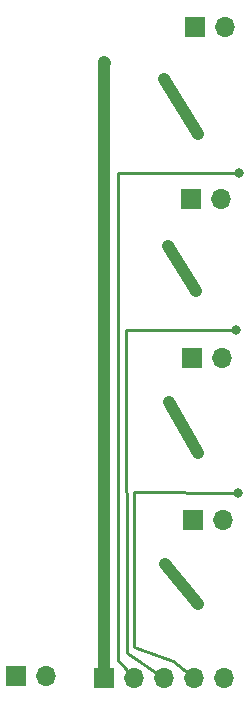
<source format=gbr>
%TF.GenerationSoftware,KiCad,Pcbnew,(5.1.6)-1*%
%TF.CreationDate,2020-08-18T19:37:20-07:00*%
%TF.ProjectId,RGBW Driver,52474257-2044-4726-9976-65722e6b6963,rev?*%
%TF.SameCoordinates,Original*%
%TF.FileFunction,Copper,L2,Bot*%
%TF.FilePolarity,Positive*%
%FSLAX46Y46*%
G04 Gerber Fmt 4.6, Leading zero omitted, Abs format (unit mm)*
G04 Created by KiCad (PCBNEW (5.1.6)-1) date 2020-08-18 19:37:20*
%MOMM*%
%LPD*%
G01*
G04 APERTURE LIST*
%TA.AperFunction,ComponentPad*%
%ADD10O,1.700000X1.700000*%
%TD*%
%TA.AperFunction,ComponentPad*%
%ADD11R,1.700000X1.700000*%
%TD*%
%TA.AperFunction,ViaPad*%
%ADD12C,0.800000*%
%TD*%
%TA.AperFunction,Conductor*%
%ADD13C,1.000000*%
%TD*%
%TA.AperFunction,Conductor*%
%ADD14C,0.250000*%
%TD*%
G04 APERTURE END LIST*
D10*
%TO.P,J5,2*%
%TO.N,/Gnd*%
X75910000Y-77920000D03*
D11*
%TO.P,J5,1*%
%TO.N,/Vin*%
X73370000Y-77920000D03*
%TD*%
D10*
%TO.P,J1,2*%
%TO.N,/LED1+*%
X91100000Y-22910000D03*
D11*
%TO.P,J1,1*%
%TO.N,/LED1-*%
X88560000Y-22910000D03*
%TD*%
D10*
%TO.P,J2,2*%
%TO.N,/LED2+*%
X90750000Y-37520000D03*
D11*
%TO.P,J2,1*%
%TO.N,/LED2-*%
X88210000Y-37520000D03*
%TD*%
D10*
%TO.P,J3,2*%
%TO.N,/LED3+*%
X90820000Y-50960000D03*
D11*
%TO.P,J3,1*%
%TO.N,/LED3-*%
X88280000Y-50960000D03*
%TD*%
%TO.P,J4,1*%
%TO.N,/LED4-*%
X88360000Y-64700000D03*
D10*
%TO.P,J4,2*%
%TO.N,/LED4+*%
X90900000Y-64700000D03*
%TD*%
%TO.P,J6,5*%
%TO.N,/Dim4*%
X90950000Y-78070000D03*
%TO.P,J6,4*%
%TO.N,/Dim3*%
X88410000Y-78070000D03*
%TO.P,J6,3*%
%TO.N,/Dim2*%
X85870000Y-78070000D03*
%TO.P,J6,2*%
%TO.N,/Dim1*%
X83330000Y-78070000D03*
D11*
%TO.P,J6,1*%
%TO.N,/Gnd*%
X80790000Y-78070000D03*
%TD*%
D12*
%TO.N,/Gnd*%
X80890000Y-25970000D03*
X80841099Y-39978901D03*
X80823170Y-53343170D03*
X80804950Y-66925050D03*
X86010000Y-68400000D03*
X88740000Y-71750000D03*
X86350000Y-54670000D03*
X88760000Y-58990000D03*
X86250000Y-41470000D03*
X88600000Y-45320000D03*
X85880000Y-27360000D03*
X88790000Y-31990000D03*
%TO.N,/Dim3*%
X92160000Y-62380000D03*
%TO.N,/Dim2*%
X92010000Y-48560000D03*
%TO.N,/Dim1*%
X92270000Y-35260000D03*
%TD*%
D13*
%TO.N,/Gnd*%
X80860000Y-25890000D02*
X80890000Y-25970000D01*
X80841099Y-39978901D02*
X80860000Y-25890000D01*
X80823170Y-53343170D02*
X80841099Y-39978901D01*
X80790000Y-78070000D02*
X80804950Y-66925050D01*
X80804950Y-66925050D02*
X80823170Y-53343170D01*
X86010000Y-68400000D02*
X88740000Y-71750000D01*
X86350000Y-54670000D02*
X88760000Y-58990000D01*
X86250000Y-41470000D02*
X88600000Y-45320000D01*
X85880000Y-27360000D02*
X88790000Y-31990000D01*
D14*
%TO.N,/Dim3*%
X92160000Y-62380000D02*
X83400000Y-62350000D01*
X83400000Y-62350000D02*
X83400000Y-75460000D01*
X83400000Y-75460000D02*
X86640000Y-76610000D01*
X86640000Y-76610000D02*
X88410000Y-78070000D01*
%TO.N,/Dim2*%
X92010000Y-48560000D02*
X82720000Y-48560000D01*
X82720000Y-48560000D02*
X82770000Y-75980000D01*
X82770000Y-75980000D02*
X85870000Y-78070000D01*
%TO.N,/Dim1*%
X92270000Y-35260000D02*
X82010000Y-35260000D01*
X82010000Y-35260000D02*
X82040000Y-76540000D01*
X82040000Y-76540000D02*
X83330000Y-78070000D01*
%TD*%
M02*

</source>
